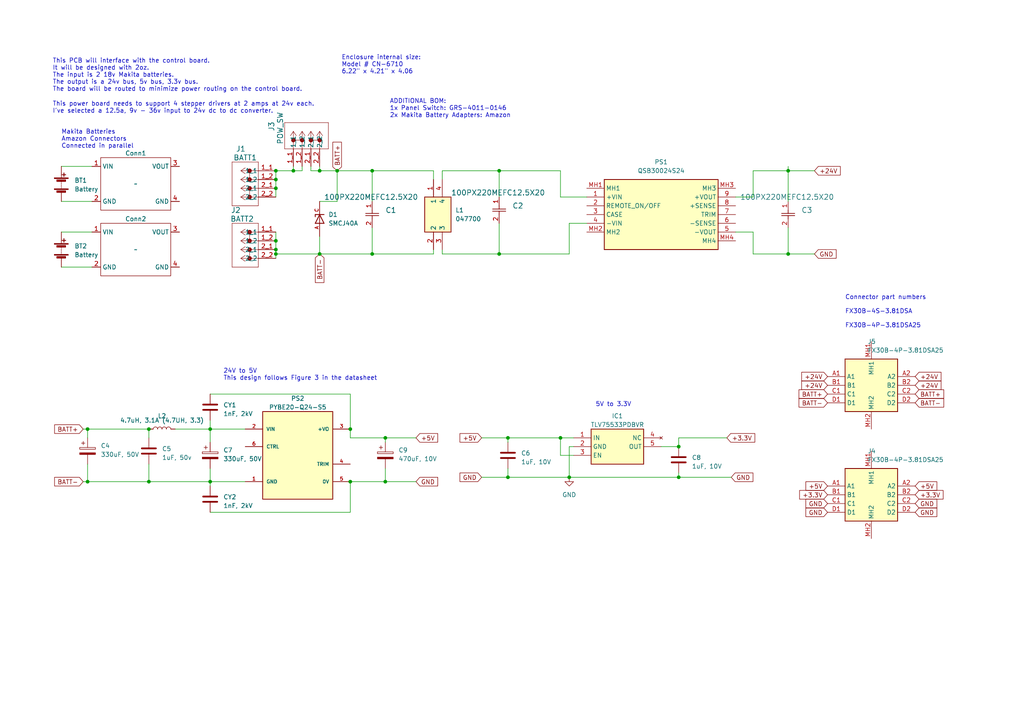
<source format=kicad_sch>
(kicad_sch (version 20230121) (generator eeschema)
  (paper "A4")
  (lib_symbols
    (symbol "047700:047700"
      (property "Reference" "T" (at 16.51 7.62 0))
      (property "Value" "047700" (at 16.51 5.08 0))
      (symbol "047700_1_1"
        (rectangle (start 5.08 2.54) (end 15.24 -5.08) (stroke (width 0.254)) (fill (type background)))
        (pin passive line (at 0 -2.54 0) (length 5.08) (name "1") (number "1"))
        (pin passive line (at 20.32 -2.54 180) (length 5.08) (name "2") (number "2"))
        (pin passive line (at 20.32 0 180) (length 5.08) (name "3") (number "3"))
        (pin passive line (at 0 0 0) (length 5.08) (name "4") (number "4"))
      )
    )
    (symbol "100PX220MEFC12.5X20:100PX220MEFC12.5X20" (pin_names (offset 0.254))
      (property "Reference" "C" (at 3.81 3.81 0))
      (property "Value" "100PX220MEFC12.5X20" (at 3.81 -3.81 0))
      (symbol "100PX220MEFC12.5X20_1_1"
        (polyline (pts (xy 2.54 0) (xy 3.4798 0)) (stroke (width 0.2032)))
        (polyline (pts (xy 3.4798 -1.905) (xy 3.4798 1.905)) (stroke (width 0.2032)))
        (polyline (pts (xy 4.1148 -1.905) (xy 4.1148 1.905)) (stroke (width 0.2032)))
        (polyline (pts (xy 4.1148 0) (xy 5.08 0)) (stroke (width 0.2032)))
        (pin unspecified line (at 0 0 0) (length 2.54) (name "") (number "1"))
        (pin unspecified line (at 7.62 0 180) (length 2.54) (name "") (number "2"))
      )
      (symbol "100PX220MEFC12.5X20_1_2"
        (polyline (pts (xy -1.905 -4.1148) (xy 1.905 -4.1148)) (stroke (width 0.2032)))
        (polyline (pts (xy -1.905 -3.4798) (xy 1.905 -3.4798)) (stroke (width 0.2032)))
        (polyline (pts (xy 0 -4.1148) (xy 0 -5.08)) (stroke (width 0.2032)))
        (polyline (pts (xy 0 -2.54) (xy 0 -3.4798)) (stroke (width 0.2032)))
        (pin unspecified line (at 0 0 270) (length 2.54) (name "") (number "1"))
        (pin unspecified line (at 0 -7.62 90) (length 2.54) (name "") (number "2"))
      )
    )
    (symbol "2604-1102:2604-1102" (pin_names (offset 0.254))
      (property "Reference" "J" (at 8.89 6.35 0))
      (property "Value" "2604-1102" (at 0 0 0))
      (symbol "2604-1102_0_1"
        (polyline (pts (xy 5.08 -10.16) (xy 12.7 -10.16)) (stroke (width 0.127)))
        (polyline (pts (xy 5.08 2.54) (xy 5.08 -10.16)) (stroke (width 0.127)))
        (polyline (pts (xy 7.62 -5.08) (xy 7.62 -7.62)) (stroke (width 0.127)))
        (polyline (pts (xy 7.62 0) (xy 7.62 -2.54)) (stroke (width 0.127)))
        (polyline (pts (xy 10.16 -7.62) (xy 5.08 -7.62)) (stroke (width 0.127)))
        (polyline (pts (xy 10.16 -7.62) (xy 8.89 -8.4667)) (stroke (width 0.127)))
        (polyline (pts (xy 10.16 -7.62) (xy 8.89 -6.7733)) (stroke (width 0.127)))
        (polyline (pts (xy 10.16 -5.08) (xy 5.08 -5.08)) (stroke (width 0.127)))
        (polyline (pts (xy 10.16 -5.08) (xy 8.89 -5.9267)) (stroke (width 0.127)))
        (polyline (pts (xy 10.16 -5.08) (xy 8.89 -4.2333)) (stroke (width 0.127)))
        (polyline (pts (xy 10.16 -2.54) (xy 5.08 -2.54)) (stroke (width 0.127)))
        (polyline (pts (xy 10.16 -2.54) (xy 8.89 -3.3867)) (stroke (width 0.127)))
        (polyline (pts (xy 10.16 -2.54) (xy 8.89 -1.6933)) (stroke (width 0.127)))
        (polyline (pts (xy 10.16 0) (xy 5.08 0)) (stroke (width 0.127)))
        (polyline (pts (xy 10.16 0) (xy 8.89 -0.8467)) (stroke (width 0.127)))
        (polyline (pts (xy 10.16 0) (xy 8.89 0.8467)) (stroke (width 0.127)))
        (polyline (pts (xy 12.7 -10.16) (xy 12.7 2.54)) (stroke (width 0.127)))
        (polyline (pts (xy 12.7 2.54) (xy 5.08 2.54)) (stroke (width 0.127)))
        (circle (center 7.62 -7.62) (radius 0.127) (stroke (width 0.508)))
        (circle (center 7.62 -5.08) (radius 0.127) (stroke (width 0.508)))
        (circle (center 7.62 -2.54) (radius 0.127) (stroke (width 0.508)))
        (circle (center 7.62 0) (radius 0.127) (stroke (width 0.508)))
        (pin unspecified line (at 0 0 0) (length 5.08) (name "1_1") (number "1_1"))
        (pin unspecified line (at 0 -2.54 0) (length 5.08) (name "1_2") (number "1_2"))
        (pin unspecified line (at 0 -5.08 0) (length 5.08) (name "2_1") (number "2_1"))
        (pin unspecified line (at 0 -7.62 0) (length 5.08) (name "2_2") (number "2_2"))
      )
    )
    (symbol "Device:Battery" (pin_numbers hide) (pin_names (offset 0) hide)
      (property "Reference" "BT" (at 2.54 2.54 0))
      (property "Value" "Battery" (at 2.54 0 0))
      (symbol "Battery_0_1"
        (rectangle (start -2.032 -1.397) (end 2.032 -1.651) (fill (type outline)))
        (rectangle (start -2.032 1.778) (end 2.032 1.524) (fill (type outline)))
        (rectangle (start -1.3208 -1.9812) (end 1.27 -2.4892) (fill (type outline)))
        (rectangle (start -1.3208 1.1938) (end 1.27 0.6858) (fill (type outline)))
        (polyline (pts (xy 0 -1.524) (xy 0 -1.27)))
        (polyline (pts (xy 0 -1.016) (xy 0 -0.762)))
        (polyline (pts (xy 0 -0.508) (xy 0 -0.254)))
        (polyline (pts (xy 0 0) (xy 0 0.254)))
        (polyline (pts (xy 0 0.508) (xy 0 0.762)))
        (polyline (pts (xy 0 1.778) (xy 0 2.54)))
        (polyline (pts (xy 0.254 2.667) (xy 1.27 2.667)) (stroke (width 0.254)))
        (polyline (pts (xy 0.762 3.175) (xy 0.762 2.159)) (stroke (width 0.254)))
      )
      (symbol "Battery_1_1"
        (pin passive line (at 0 5.08 270) (length 2.54) (name "+") (number "1"))
        (pin passive line (at 0 -5.08 90) (length 2.54) (name "-") (number "2"))
      )
    )
    (symbol "Device:C" (pin_numbers hide) (pin_names (offset 0.254))
      (property "Reference" "C" (at 0.635 2.54 0))
      (property "Value" "C" (at 0.635 -2.54 0))
      (symbol "C_0_1"
        (polyline (pts (xy -2.032 -0.762) (xy 2.032 -0.762)) (stroke (width 0.508)))
        (polyline (pts (xy -2.032 0.762) (xy 2.032 0.762)) (stroke (width 0.508)))
      )
      (symbol "C_1_1"
        (pin passive line (at 0 3.81 270) (length 2.794) (name "~") (number "1"))
        (pin passive line (at 0 -3.81 90) (length 2.794) (name "~") (number "2"))
      )
    )
    (symbol "Device:C_Polarized" (pin_numbers hide) (pin_names (offset 0.254))
      (property "Reference" "C" (at 0.635 2.54 0))
      (property "Value" "C_Polarized" (at 0.635 -2.54 0))
      (symbol "C_Polarized_0_1"
        (rectangle (start -2.286 0.508) (end 2.286 1.016))
        (polyline (pts (xy -1.778 2.286) (xy -0.762 2.286)))
        (polyline (pts (xy -1.27 2.794) (xy -1.27 1.778)))
        (rectangle (start 2.286 -0.508) (end -2.286 -1.016) (fill (type outline)))
      )
      (symbol "C_Polarized_1_1"
        (pin passive line (at 0 3.81 270) (length 2.794) (name "~") (number "1"))
        (pin passive line (at 0 -3.81 90) (length 2.794) (name "~") (number "2"))
      )
    )
    (symbol "Device:L" (pin_numbers hide) (pin_names (offset 1.016) hide)
      (property "Reference" "L" (at -1.27 0 90))
      (property "Value" "L" (at 1.905 0 90))
      (symbol "L_0_1"
        (arc (start 0 -2.54) (mid 0.6323 -1.905) (end 0 -1.27))
        (arc (start 0 -1.27) (mid 0.6323 -0.635) (end 0 0))
        (arc (start 0 0) (mid 0.6323 0.635) (end 0 1.27))
        (arc (start 0 1.27) (mid 0.6323 1.905) (end 0 2.54))
      )
      (symbol "L_1_1"
        (pin passive line (at 0 3.81 270) (length 1.27) (name "1") (number "1"))
        (pin passive line (at 0 -3.81 90) (length 1.27) (name "2") (number "2"))
      )
    )
    (symbol "FX30B-4P-3_81DSA25:FX30B-4P-3.81DSA25"
      (property "Reference" "J" (at 21.59 12.7 0))
      (property "Value" "FX30B-4P-3.81DSA25" (at 21.59 10.16 0))
      (symbol "FX30B-4P-3.81DSA25_1_1"
        (rectangle (start 5.08 7.62) (end 20.32 -7.62) (stroke (width 0.254)) (fill (type background)))
        (pin passive line (at 15.24 12.7 270) (length 5.08) (name "A1") (number "A1"))
        (pin passive line (at 15.24 -12.7 90) (length 5.08) (name "A2") (number "A2"))
        (pin passive line (at 12.7 12.7 270) (length 5.08) (name "B1") (number "B1"))
        (pin passive line (at 12.7 -12.7 90) (length 5.08) (name "B2") (number "B2"))
        (pin passive line (at 10.16 12.7 270) (length 5.08) (name "C1") (number "C1"))
        (pin passive line (at 10.16 -12.7 90) (length 5.08) (name "C2") (number "C2"))
        (pin passive line (at 7.62 12.7 270) (length 5.08) (name "D1") (number "D1"))
        (pin passive line (at 7.62 -12.7 90) (length 5.08) (name "D2") (number "D2"))
        (pin passive line (at 25.4 0 180) (length 5.08) (name "MH1") (number "MH1"))
        (pin passive line (at 0 0 0) (length 5.08) (name "MH2") (number "MH2"))
      )
    )
    (symbol "MakitaBatteryAdapter:MakitaBatteryAdapter"
      (property "Reference" "Conn" (at 0 10.16 0))
      (symbol "MakitaBatteryAdapter_0_1"
        (rectangle (start -10.16 7.62) (end 10.16 -7.62))
      )
      (symbol "MakitaBatteryAdapter_1_1"
        (pin input line (at -12.7 5.08 0) (length 2.54) (name "VIN") (number "1"))
        (pin input line (at -12.7 -5.08 0) (length 2.54) (name "GND") (number "2"))
        (pin output line (at 12.7 5.08 180) (length 2.54) (name "VOUT") (number "3"))
        (pin output line (at 12.7 -5.08 180) (length 2.54) (name "GND") (number "4"))
      )
    )
    (symbol "PYBE20-Q24-S5:PYBE20-Q24-S5" (pin_names (offset 1.016))
      (property "Reference" "PS" (at -10.16 12.7 0))
      (property "Value" "PYBE20-Q24-S5" (at -10.16 -15.24 0))
      (symbol "PYBE20-Q24-S5_0_0"
        (rectangle (start -10.16 -12.7) (end 10.16 12.7) (stroke (width 0.254)) (fill (type background)))
        (pin power_in line (at -15.24 -7.62 0) (length 5.08) (name "GND") (number "1"))
        (pin input line (at -15.24 7.62 0) (length 5.08) (name "VIN") (number "2"))
        (pin output line (at 15.24 7.62 180) (length 5.08) (name "+VO") (number "3"))
        (pin input line (at 15.24 -2.54 180) (length 5.08) (name "TRIM") (number "4"))
        (pin power_in line (at 15.24 -7.62 180) (length 5.08) (name "0V") (number "5"))
        (pin input line (at -15.24 2.54 0) (length 5.08) (name "CTRL") (number "6"))
      )
    )
    (symbol "QSB30024S24:QSB30024S24"
      (property "Reference" "PS" (at 39.37 7.62 0))
      (property "Value" "QSB30024S24" (at 39.37 5.08 0))
      (symbol "QSB30024S24_1_1"
        (rectangle (start 5.08 2.54) (end 38.1 -17.78) (stroke (width 0.254)) (fill (type background)))
        (pin passive line (at 0 -2.54 0) (length 5.08) (name "+VIN") (number "1"))
        (pin passive line (at 0 -5.08 0) (length 5.08) (name "REMOTE_ON/OFF") (number "2"))
        (pin passive line (at 0 -7.62 0) (length 5.08) (name "CASE") (number "3"))
        (pin passive line (at 0 -10.16 0) (length 5.08) (name "-VIN") (number "4"))
        (pin passive line (at 43.18 -12.7 180) (length 5.08) (name "-VOUT") (number "5"))
        (pin passive line (at 43.18 -10.16 180) (length 5.08) (name "-SENSE") (number "6"))
        (pin passive line (at 43.18 -7.62 180) (length 5.08) (name "TRIM") (number "7"))
        (pin passive line (at 43.18 -5.08 180) (length 5.08) (name "+SENSE") (number "8"))
        (pin passive line (at 43.18 -2.54 180) (length 5.08) (name "+VOUT") (number "9"))
        (pin passive line (at 0 0 0) (length 5.08) (name "MH1") (number "MH1"))
        (pin passive line (at 0 -12.7 0) (length 5.08) (name "MH2") (number "MH2"))
        (pin passive line (at 43.18 0 180) (length 5.08) (name "MH3") (number "MH3"))
        (pin passive line (at 43.18 -15.24 180) (length 5.08) (name "MH4") (number "MH4"))
      )
    )
    (symbol "SMCJ40A:SMCJ40A" (pin_names (offset 1.016))
      (property "Reference" "D" (at -5.08 2.413 0))
      (property "Value" "SMCJ40A" (at -5.08 -4.953 0))
      (symbol "SMCJ40A_0_0"
        (polyline (pts (xy -1.27 -1.27) (xy -1.27 0)) (stroke (width 0.254)))
        (polyline (pts (xy -1.27 0) (xy -1.27 1.27)) (stroke (width 0.254)))
        (polyline (pts (xy -1.27 0) (xy 1.27 -1.27)) (stroke (width 0.254)))
        (polyline (pts (xy -0.635 -1.27) (xy -1.27 -1.27)) (stroke (width 0.254)))
        (polyline (pts (xy 1.27 -1.27) (xy 1.27 1.27)) (stroke (width 0.254)))
        (polyline (pts (xy 1.27 1.27) (xy -1.27 0)) (stroke (width 0.254)))
        (pin passive line (at 5.08 0 180) (length 5.08) (name "~") (number "A"))
        (pin passive line (at -5.08 0 0) (length 5.08) (name "~") (number "C"))
      )
    )
    (symbol "TLV75533PDBVR:TLV75533PDBVR"
      (property "Reference" "IC" (at 21.59 7.62 0))
      (property "Value" "TLV75533PDBVR" (at 21.59 5.08 0))
      (symbol "TLV75533PDBVR_1_1"
        (rectangle (start 5.08 2.54) (end 20.32 -7.62) (stroke (width 0.254)) (fill (type background)))
        (pin passive line (at 0 0 0) (length 5.08) (name "IN") (number "1"))
        (pin passive line (at 0 -2.54 0) (length 5.08) (name "GND") (number "2"))
        (pin passive line (at 0 -5.08 0) (length 5.08) (name "EN") (number "3"))
        (pin no_connect line (at 25.4 0 180) (length 5.08) (name "NC") (number "4"))
        (pin passive line (at 25.4 -2.54 180) (length 5.08) (name "OUT") (number "5"))
      )
    )
    (symbol "power:GND" (power) (pin_names (offset 0))
      (property "Value" "GND" (at 0 -3.81 0))
      (symbol "GND_0_1"
        (polyline (pts (xy 0 0) (xy 0 -1.27) (xy 1.27 -1.27) (xy 0 -2.54) (xy -1.27 -1.27) (xy 0 -1.27)))
      )
      (symbol "GND_1_1"
        (pin power_in line (at 0 0 270) (length 0) hide (name "GND") (number "1"))
      )
    )
  )
  (junction (at 80.01 72.39))
  (junction (at 97.79 49.53))
  (junction (at 101.6 139.7))
  (junction (at 80.01 49.53))
  (junction (at 147.32 138.43))
  (junction (at 228.6 49.53))
  (junction (at 228.6 73.66))
  (junction (at 80.01 69.85))
  (junction (at 107.95 73.66))
  (junction (at 92.71 49.53))
  (junction (at 60.96 139.7))
  (junction (at 162.56 127))
  (junction (at 144.78 73.66))
  (junction (at 80.01 73.66))
  (junction (at 196.85 129.54))
  (junction (at 60.96 124.46))
  (junction (at 101.6 124.46))
  (junction (at 43.18 124.46))
  (junction (at 25.4 139.7))
  (junction (at 85.09 49.53))
  (junction (at 92.71 73.66))
  (junction (at 107.95 49.53))
  (junction (at 80.01 54.61))
  (junction (at 111.76 127))
  (junction (at 196.85 138.43))
  (junction (at 111.76 139.7))
  (junction (at 25.4 124.46))
  (junction (at 165.1 138.43))
  (junction (at 43.18 139.7))
  (junction (at 144.78 49.53))
  (junction (at 80.01 52.07))
  (junction (at 147.32 127))
  (wire (pts (xy 80.01 73.66) (xy 92.71 73.66)))
  (wire (pts (xy 80.01 67.31) (xy 80.01 69.85)))
  (wire (pts (xy 111.76 139.7) (xy 120.65 139.7)))
  (wire (pts (xy 228.6 49.53) (xy 218.44 49.53)))
  (wire (pts (xy 60.96 124.46) (xy 60.96 121.92)))
  (wire (pts (xy 43.18 134.62) (xy 43.18 139.7)))
  (wire (pts (xy 218.44 73.66) (xy 218.44 67.31)))
  (wire (pts (xy 213.36 57.15) (xy 218.44 57.15)))
  (wire (pts (xy 147.32 135.89) (xy 147.32 138.43)))
  (wire (pts (xy 43.18 139.7) (xy 60.96 139.7)))
  (wire (pts (xy 80.01 72.39) (xy 80.01 73.66)))
  (wire (pts (xy 144.78 49.53) (xy 162.56 49.53)))
  (wire (pts (xy 85.09 48.26) (xy 85.09 49.53)))
  (wire (pts (xy 87.63 49.53) (xy 85.09 49.53)))
  (wire (pts (xy 97.79 49.53) (xy 107.95 49.53)))
  (wire (pts (xy 111.76 139.7) (xy 101.6 139.7)))
  (wire (pts (xy 71.12 139.7) (xy 60.96 139.7)))
  (wire (pts (xy 170.18 64.77) (xy 165.1 64.77)))
  (wire (pts (xy 228.6 73.66) (xy 236.22 73.66)))
  (wire (pts (xy 128.27 49.53) (xy 144.78 49.53)))
  (wire (pts (xy 111.76 135.89) (xy 111.76 139.7)))
  (wire (pts (xy 80.01 54.61) (xy 80.01 57.15)))
  (wire (pts (xy 166.37 127) (xy 162.56 127)))
  (wire (pts (xy 196.85 127) (xy 210.82 127)))
  (wire (pts (xy 17.78 48.26) (xy 26.67 48.26)))
  (wire (pts (xy 43.18 124.46) (xy 43.18 127)))
  (wire (pts (xy 17.78 67.31) (xy 26.67 67.31)))
  (wire (pts (xy 60.96 135.89) (xy 60.96 139.7)))
  (wire (pts (xy 218.44 57.15) (xy 218.44 49.53)))
  (wire (pts (xy 147.32 138.43) (xy 165.1 138.43)))
  (wire (pts (xy 107.95 49.53) (xy 125.73 49.53)))
  (wire (pts (xy 80.01 52.07) (xy 80.01 54.61)))
  (wire (pts (xy 196.85 138.43) (xy 212.09 138.43)))
  (wire (pts (xy 144.78 49.53) (xy 144.78 57.15)))
  (wire (pts (xy 191.77 129.54) (xy 196.85 129.54)))
  (wire (pts (xy 196.85 129.54) (xy 196.85 127)))
  (wire (pts (xy 139.7 138.43) (xy 147.32 138.43)))
  (wire (pts (xy 111.76 127) (xy 120.65 127)))
  (wire (pts (xy 166.37 129.54) (xy 165.1 129.54)))
  (wire (pts (xy 228.6 48.26) (xy 228.6 49.53)))
  (wire (pts (xy 60.96 114.3) (xy 101.6 114.3)))
  (wire (pts (xy 71.12 124.46) (xy 60.96 124.46)))
  (wire (pts (xy 218.44 67.31) (xy 213.36 67.31)))
  (wire (pts (xy 50.8 124.46) (xy 60.96 124.46)))
  (wire (pts (xy 92.71 73.66) (xy 92.71 68.58)))
  (wire (pts (xy 128.27 49.53) (xy 128.27 52.07)))
  (wire (pts (xy 90.17 49.53) (xy 92.71 49.53)))
  (wire (pts (xy 111.76 127) (xy 101.6 127)))
  (wire (pts (xy 228.6 66.04) (xy 228.6 73.66)))
  (wire (pts (xy 196.85 137.16) (xy 196.85 138.43)))
  (wire (pts (xy 144.78 73.66) (xy 165.1 73.66)))
  (wire (pts (xy 90.17 48.26) (xy 90.17 49.53)))
  (wire (pts (xy 97.79 49.53) (xy 97.79 58.42)))
  (wire (pts (xy 25.4 134.62) (xy 25.4 139.7)))
  (wire (pts (xy 228.6 49.53) (xy 236.22 49.53)))
  (wire (pts (xy 228.6 49.53) (xy 228.6 58.42)))
  (wire (pts (xy 228.6 73.66) (xy 218.44 73.66)))
  (wire (pts (xy 162.56 57.15) (xy 162.56 49.53)))
  (wire (pts (xy 80.01 69.85) (xy 80.01 72.39)))
  (wire (pts (xy 107.95 73.66) (xy 107.95 66.04)))
  (wire (pts (xy 128.27 73.66) (xy 144.78 73.66)))
  (wire (pts (xy 125.73 49.53) (xy 125.73 52.07)))
  (wire (pts (xy 128.27 73.66) (xy 128.27 72.39)))
  (wire (pts (xy 162.56 127) (xy 147.32 127)))
  (wire (pts (xy 147.32 127) (xy 147.32 128.27)))
  (wire (pts (xy 87.63 48.26) (xy 87.63 49.53)))
  (wire (pts (xy 92.71 49.53) (xy 97.79 49.53)))
  (wire (pts (xy 165.1 64.77) (xy 165.1 73.66)))
  (wire (pts (xy 97.79 58.42) (xy 92.71 58.42)))
  (wire (pts (xy 25.4 127) (xy 25.4 124.46)))
  (wire (pts (xy 25.4 124.46) (xy 43.18 124.46)))
  (wire (pts (xy 125.73 73.66) (xy 125.73 72.39)))
  (wire (pts (xy 162.56 127) (xy 162.56 132.08)))
  (wire (pts (xy 107.95 49.53) (xy 107.95 58.42)))
  (wire (pts (xy 165.1 129.54) (xy 165.1 138.43)))
  (wire (pts (xy 166.37 132.08) (xy 162.56 132.08)))
  (wire (pts (xy 144.78 64.77) (xy 144.78 73.66)))
  (wire (pts (xy 101.6 114.3) (xy 101.6 124.46)))
  (wire (pts (xy 80.01 73.66) (xy 80.01 74.93)))
  (wire (pts (xy 24.13 124.46) (xy 25.4 124.46)))
  (wire (pts (xy 101.6 148.59) (xy 101.6 139.7)))
  (wire (pts (xy 111.76 128.27) (xy 111.76 127)))
  (wire (pts (xy 139.7 127) (xy 147.32 127)))
  (wire (pts (xy 17.78 58.42) (xy 26.67 58.42)))
  (wire (pts (xy 92.71 73.66) (xy 107.95 73.66)))
  (wire (pts (xy 24.13 139.7) (xy 25.4 139.7)))
  (wire (pts (xy 60.96 139.7) (xy 60.96 140.97)))
  (wire (pts (xy 107.95 73.66) (xy 125.73 73.66)))
  (wire (pts (xy 101.6 127) (xy 101.6 124.46)))
  (wire (pts (xy 25.4 139.7) (xy 43.18 139.7)))
  (wire (pts (xy 170.18 57.15) (xy 162.56 57.15)))
  (wire (pts (xy 196.85 138.43) (xy 165.1 138.43)))
  (wire (pts (xy 26.67 77.47) (xy 17.78 77.47)))
  (wire (pts (xy 60.96 148.59) (xy 101.6 148.59)))
  (wire (pts (xy 92.71 48.26) (xy 92.71 49.53)))
  (wire (pts (xy 60.96 124.46) (xy 60.96 128.27)))
  (wire (pts (xy 85.09 49.53) (xy 80.01 49.53)))
  (wire (pts (xy 80.01 49.53) (xy 80.01 52.07)))
  (text "24V to 5V\nThis design follows Figure 3 in the datasheet" (at 64.77 110.49 0) (effects (font (size 1.27 1.27)) (justify left bottom)))
  (text "Makita Batteries\nAmazon Connectors\nConnected in parallel" (at 17.78 43.18 0) (effects (font (size 1.27 1.27)) (justify left bottom)))
  (text "ADDITIONAL BOM:\n1x Panel Switch: GRS-4011-0146\n2x Makita Battery Adapters: Amazon" (at 113.03 34.29 0) (effects (font (size 1.27 1.27)) (justify left bottom)))
  (text "Enclosure internal size:\nModel # CN-6710\n6.22\" x 4.21\" x 4.06" (at 99.06 21.59 0) (effects (font (size 1.27 1.27)) (justify left bottom)))
  (text "Connector part numbers\n\nFX30B-4S-3.81DSA\n\nFX30B-4P-3.81DSA25" (at 245.11 95.25 0) (effects (font (size 1.27 1.27)) (justify left bottom)))
  (text "This power board needs to support 4 stepper drivers at 2 amps at 24v each. \nI've selected a 12.5a, 9v - 36v input to 24v dc to dc converter." (at 15.24 33.02 0) (effects (font (size 1.27 1.27)) (justify left bottom)))
  (text "This PCB will interface with the control board. \nIt will be designed with 2oz. \nThe input is 2 18v Makita batteries. \nThe output is a 24v bus, 5v bus, 3.3v bus.\nThe board will be routed to minimize power routing on the control board." (at 15.24 26.67 0) (effects (font (size 1.27 1.27)) (justify left bottom)))
  (text "5V to 3.3V" (at 172.72 118.11 0) (effects (font (size 1.27 1.27)) (justify left bottom)))
  (global_label "BATT+" (shape input) (at 97.79 49.53 90) (property "Intersheetrefs" "${INTERSHEET_REFS}" (effects hide)))
  (global_label "+5V" (shape input) (at 120.65 127 0) (property "Intersheetrefs" "${INTERSHEET_REFS}" (effects hide)))
  (global_label "GND" (shape input) (at 240.03 146.05 180) (property "Intersheetrefs" "${INTERSHEET_REFS}" (effects hide)))
  (global_label "BATT+" (shape input) (at 240.03 114.3 180) (property "Intersheetrefs" "${INTERSHEET_REFS}" (effects hide)))
  (global_label "+24V" (shape input) (at 236.22 49.53 0) (property "Intersheetrefs" "${INTERSHEET_REFS}" (effects hide)))
  (global_label "BATT-" (shape input) (at 265.43 116.84 0) (property "Intersheetrefs" "${INTERSHEET_REFS}" (effects hide)))
  (global_label "BATT+" (shape input) (at 24.13 124.46 180) (property "Intersheetrefs" "${INTERSHEET_REFS}" (effects hide)))
  (global_label "+3.3V" (shape input) (at 240.03 143.51 180) (property "Intersheetrefs" "${INTERSHEET_REFS}" (effects hide)))
  (global_label "+24V" (shape input) (at 265.43 109.22 0) (property "Intersheetrefs" "${INTERSHEET_REFS}" (effects hide)))
  (global_label "BATT-" (shape input) (at 240.03 116.84 180) (property "Intersheetrefs" "${INTERSHEET_REFS}" (effects hide)))
  (global_label "+24V" (shape input) (at 240.03 109.22 180) (property "Intersheetrefs" "${INTERSHEET_REFS}" (effects hide)))
  (global_label "GND" (shape input) (at 139.7 138.43 180) (property "Intersheetrefs" "${INTERSHEET_REFS}" (effects hide)))
  (global_label "+5V" (shape input) (at 139.7 127 180) (property "Intersheetrefs" "${INTERSHEET_REFS}" (effects hide)))
  (global_label "GND" (shape input) (at 236.22 73.66 0) (property "Intersheetrefs" "${INTERSHEET_REFS}" (effects hide)))
  (global_label "GND" (shape input) (at 212.09 138.43 0) (property "Intersheetrefs" "${INTERSHEET_REFS}" (effects hide)))
  (global_label "+5V" (shape input) (at 265.43 140.97 0) (property "Intersheetrefs" "${INTERSHEET_REFS}" (effects hide)))
  (global_label "GND" (shape input) (at 265.43 146.05 0) (property "Intersheetrefs" "${INTERSHEET_REFS}" (effects hide)))
  (global_label "GND" (shape input) (at 120.65 139.7 0) (property "Intersheetrefs" "${INTERSHEET_REFS}" (effects hide)))
  (global_label "+24V" (shape input) (at 265.43 111.76 0) (property "Intersheetrefs" "${INTERSHEET_REFS}" (effects hide)))
  (global_label "BATT-" (shape input) (at 24.13 139.7 180) (property "Intersheetrefs" "${INTERSHEET_REFS}" (effects hide)))
  (global_label "BATT-" (shape input) (at 92.71 73.66 270) (property "Intersheetrefs" "${INTERSHEET_REFS}" (effects hide)))
  (global_label "GND" (shape input) (at 265.43 148.59 0) (property "Intersheetrefs" "${INTERSHEET_REFS}" (effects hide)))
  (global_label "+5V" (shape input) (at 240.03 140.97 180) (property "Intersheetrefs" "${INTERSHEET_REFS}" (effects hide)))
  (global_label "GND" (shape input) (at 240.03 148.59 180) (property "Intersheetrefs" "${INTERSHEET_REFS}" (effects hide)))
  (global_label "BATT+" (shape input) (at 265.43 114.3 0) (property "Intersheetrefs" "${INTERSHEET_REFS}" (effects hide)))
  (global_label "+3.3V" (shape input) (at 210.82 127 0) (property "Intersheetrefs" "${INTERSHEET_REFS}" (effects hide)))
  (global_label "+3.3V" (shape input) (at 265.43 143.51 0) (property "Intersheetrefs" "${INTERSHEET_REFS}" (effects hide)))
  (global_label "+24V" (shape input) (at 240.03 111.76 180) (property "Intersheetrefs" "${INTERSHEET_REFS}" (effects hide)))
  (symbol (lib_id "Device:C") (at 196.85 133.35 0) (unit 1)
    (property "Reference" "C8" (at 200.66 132.715 0) (effects (justify left)))
    (property "Value" "1uF, 10V" (at 200.66 135.255 0) (effects (justify left)))
    (property "Footprint" "Capacitor_SMD:C_0805_2012Metric_Pad1.18x1.45mm_HandSolder" (effects hide))
    (property "Datasheet" "https://www.samsungsem.com/kr/support/product-search/mlcc/CL21B105KPFNNNE.jsp" (effects hide))
    (property "Part Number" "CL21B105KPFNNNE" (effects hide))
  )
  (symbol (lib_id "2604-1102:2604-1102") (at 80.01 67.31 0) (mirror y) (unit 1)
    (property "Reference" "J2" (at 69.85 60.96 0) (effects (font (size 1.524 1.524)) (justify left)))
    (property "Value" "BATT2" (at 73.66 63.5 0) (effects (font (size 1.524 1.524)) (justify left)))
    (property "Footprint" "2604-1102:2604-1102" (effects hide))
    (property "Datasheet" "2604-1102" (effects hide))
    (property "Part Number" "2604-1102" (effects hide))
  )
  (symbol (lib_id "100PX220MEFC12.5X20:100PX220MEFC12.5X20") (at 107.95 58.42 270) (unit 1)
    (property "Reference" "C1" (at 111.76 60.96 90) (effects (font (size 1.524 1.524)) (justify left)))
    (property "Value" "100PX220MEFC12.5X20" (at 93.98 57.15 90) (effects (font (size 1.524 1.524)) (justify left)))
    (property "Footprint" "100PX220MEFC12.5X20:CAP_PK&slash_PZ_12P5X20_LOW_RUB" (effects hide))
    (property "Datasheet" "100PX220MEFC12.5X20" (effects hide))
    (property "Part Number" "100PX220MEFC12.5X20" (effects hide))
  )
  (symbol (lib_id "2604-1102:2604-1102") (at 80.01 49.53 0) (mirror y) (unit 1)
    (property "Reference" "J1" (at 69.85 43.18 0) (effects (font (size 1.524 1.524))))
    (property "Value" "BATT1" (at 71.12 45.72 0) (effects (font (size 1.524 1.524))))
    (property "Footprint" "2604-1102:2604-1102" (effects hide))
    (property "Datasheet" "2604-1102" (effects hide))
    (property "Part Number" "2604-1102" (effects hide))
  )
  (symbol (lib_id "Device:C_Polarized") (at 25.4 130.81 0) (unit 1)
    (property "Reference" "C4" (at 29.21 129.286 0) (effects (justify left)))
    (property "Value" "330uF, 50V" (at 29.21 131.826 0) (effects (justify left)))
    (property "Footprint" "Capacitor_THT:CP_Radial_D10.0mm_P5.00mm" (effects hide))
    (property "Datasheet" "https://mm.digikey.com/Volume0/opasdata/d220001/medias/docus/2452/ECA-xxM%20Series,TypeA.pdf" (effects hide))
    (property "Part Number" "ECA-1HM331B" (effects hide))
  )
  (symbol (lib_id "MakitaBatteryAdapter:MakitaBatteryAdapter") (at 39.37 72.39 0) (unit 1)
    (property "Reference" "Conn2" (at 39.37 63.5 0))
    (property "Value" "~" (at 39.37 72.39 0))
  )
  (symbol (lib_id "FX30B-4P-3_81DSA25:FX30B-4P-3.81DSA25") (at 252.73 156.21 90) (unit 1)
    (property "Reference" "J4" (at 251.6439 130.81 90) (effects (justify right)))
    (property "Value" "FX30B-4P-3.81DSA25" (at 251.6439 133.35 90) (effects (justify right)))
    (property "Footprint" "FX30B-4P-3.81DSA25:FX30B4P381DSA25" (effects hide))
    (property "Datasheet" "https://www.hirose.com/product/download/?distributor=digikey&type=specSheet&lang=en&num=FX30B-4P-3.81DSA25" (effects hide))
    (property "Height" "18.3" (effects hide))
    (property "Mouser Part Number" "798-FX30B-4P381DSA25" (effects hide))
    (property "Mouser Price/Stock" "https://www.mouser.co.uk/ProductDetail/Hirose-Connector/FX30B-4P-3.81DSA25?qs=AAveGqk956E5uZL61kELgg%3D%3D" (effects hide))
    (property "Manufacturer_Name" "Hirose" (effects hide))
    (property "Part Number" "FX30B-4P-3.81DSA25" (effects hide))
  )
  (symbol (lib_id "Device:C_Polarized") (at 60.96 132.08 0) (unit 1)
    (property "Reference" "C7" (at 64.77 130.556 0) (effects (justify left)))
    (property "Value" "330uF, 50V" (at 64.77 133.096 0) (effects (justify left)))
    (property "Footprint" "Capacitor_THT:CP_Radial_D10.0mm_P5.00mm" (effects hide))
    (property "Datasheet" "https://mm.digikey.com/Volume0/opasdata/d220001/medias/docus/2452/ECA-xxM%20Series,TypeA.pdf" (effects hide))
    (property "Part Number" "ECA-1HM331B" (effects hide))
  )
  (symbol (lib_id "MakitaBatteryAdapter:MakitaBatteryAdapter") (at 39.37 53.34 0) (unit 1)
    (property "Reference" "Conn1" (at 39.37 44.45 0))
    (property "Value" "~" (at 39.37 53.34 0))
  )
  (symbol (lib_id "100PX220MEFC12.5X20:100PX220MEFC12.5X20") (at 144.78 57.15 270) (unit 1)
    (property "Reference" "C2" (at 148.59 59.69 90) (effects (font (size 1.524 1.524)) (justify left)))
    (property "Value" "100PX220MEFC12.5X20" (at 130.81 55.88 90) (effects (font (size 1.524 1.524)) (justify left)))
    (property "Footprint" "100PX220MEFC12.5X20:CAP_PK&slash_PZ_12P5X20_LOW_RUB" (effects hide))
    (property "Datasheet" "100PX220MEFC12.5X20" (effects hide))
    (property "Part Number" "100PX220MEFC12.5X20" (effects hide))
  )
  (symbol (lib_id "Device:C_Polarized") (at 111.76 132.08 0) (unit 1)
    (property "Reference" "C9" (at 115.57 130.556 0) (effects (justify left)))
    (property "Value" "470uF, 10V" (at 115.57 133.096 0) (effects (justify left)))
    (property "Footprint" "Capacitor_Tantalum_SMD:CP_EIA-7343-15_Kemet-W_Pad2.25x2.55mm_HandSolder" (effects hide))
    (property "Datasheet" "https://www.vishay.com/docs/40002/293d.pdf" (effects hide))
    (property "Part Number" "293D477X9010E2TE3" (effects hide))
  )
  (symbol (lib_id "2604-1102:2604-1102") (at 85.09 48.26 90) (unit 1)
    (property "Reference" "J3" (at 78.74 38.1 0) (effects (font (size 1.524 1.524)) (justify left)))
    (property "Value" "POW_SW" (at 81.28 41.91 0) (effects (font (size 1.524 1.524)) (justify left)))
    (property "Footprint" "2604-1102:2604-1102" (effects hide))
    (property "Datasheet" "2604-1102" (effects hide))
    (property "Part Number" "2604-1102" (effects hide))
  )
  (symbol (lib_id "Device:Battery") (at 17.78 53.34 0) (unit 1)
    (property "Reference" "BT1" (at 21.59 52.324 0) (effects (justify left)))
    (property "Value" "Battery" (at 21.59 54.864 0) (effects (justify left)))
  )
  (symbol (lib_id "QSB30024S24:QSB30024S24") (at 170.18 54.61 0) (unit 1)
    (property "Reference" "PS1" (at 191.77 46.99 0))
    (property "Value" "QSB30024S24" (at 191.77 49.53 0))
    (property "Footprint" "QSB30024S24:QSB30024S24" (effects hide))
    (property "Datasheet" "https://www.xppower.com/portals/0/pdfs/SF_QSB300.pdf" (effects hide))
    (property "Height" "13.2" (effects hide))
    (property "Mouser Part Number" "209-QSB30024S24" (effects hide))
    (property "Mouser Price/Stock" "https://www.mouser.co.uk/ProductDetail/XP-Power/QSB30024S24?qs=w%2Fv1CP2dgqqmYd6D%252BTeJBQ%3D%3D" (effects hide))
    (property "Manufacturer_Name" "XP POWER" (effects hide))
    (property "Part Number" "QSB30024S24" (effects hide))
  )
  (symbol (lib_id "Device:C") (at 60.96 118.11 0) (unit 1)
    (property "Reference" "CY1" (at 64.77 117.475 0) (effects (justify left)))
    (property "Value" "1nF, 2kV" (at 64.77 120.015 0) (effects (justify left)))
    (property "Footprint" "Capacitor_SMD:C_1812_4532Metric_Pad1.57x3.40mm_HandSolder" (effects hide))
    (property "Datasheet" "https://connect.kemet.com:7667/gateway/IntelliData-ComponentDocumentation/1.0/download/datasheet/C1812C102KGRACAUTO" (effects hide))
    (property "Part Number" "C1812C102KGRACAUTO" (effects hide))
  )
  (symbol (lib_id "TLV75533PDBVR:TLV75533PDBVR") (at 166.37 127 0) (unit 1)
    (property "Reference" "IC1" (at 179.07 120.65 0))
    (property "Value" "TLV75533PDBVR" (at 179.07 123.19 0))
    (property "Footprint" "SOT95P280X145-5N" (effects hide))
    (property "Datasheet" "http://www.ti.com/lit/gpn/tlv755p" (effects hide))
    (property "Height" "1.45" (effects hide))
    (property "Mouser Part Number" "595-TLV75533PDBVR" (effects hide))
    (property "Mouser Price/Stock" "https://www.mouser.co.uk/ProductDetail/Texas-Instruments/TLV75533PDBVR?qs=55YtniHzbhAKEwqeO2xJXQ%3D%3D" (effects hide))
    (property "Manufacturer_Name" "Texas Instruments" (effects hide))
    (property "Part Number" "TLV75533PDBVR" (effects hide))
  )
  (symbol (lib_id "PYBE20-Q24-S5:PYBE20-Q24-S5") (at 86.36 132.08 0) (unit 1)
    (property "Reference" "PS2" (at 86.36 115.57 0))
    (property "Value" "PYBE20-Q24-S5" (at 86.36 118.11 0))
    (property "Footprint" "PYBE20-Q24-S5:CONV_PYBE20-Q24-S5" (effects hide))
    (property "Datasheet" "https://www.mouser.com/datasheet/2/670/pybe20-1525738.pdf" (effects hide))
    (property "STANDARD" "Manufacturer Recommendations" (effects hide))
    (property "MANUFACTURER" "CUI Inc" (effects hide))
    (property "Part Number" "PYBE20-Q24-S5" (effects hide))
  )
  (symbol (lib_id "Device:C") (at 147.32 132.08 0) (unit 1)
    (property "Reference" "C6" (at 151.13 131.445 0) (effects (justify left)))
    (property "Value" "1uF, 10V" (at 151.13 133.985 0) (effects (justify left)))
    (property "Footprint" "Capacitor_SMD:C_0805_2012Metric_Pad1.18x1.45mm_HandSolder" (effects hide))
    (property "Datasheet" "https://www.samsungsem.com/kr/support/product-search/mlcc/CL21B105KPFNNNE.jsp" (effects hide))
    (property "Part Number" "CL21B105KPFNNNE" (effects hide))
  )
  (symbol (lib_id "SMCJ40A:SMCJ40A") (at 92.71 63.5 270) (unit 1)
    (property "Reference" "D1" (at 95.25 62.23 90) (effects (justify left)))
    (property "Value" "SMCJ40A" (at 95.25 64.77 90) (effects (justify left)))
    (property "Footprint" "SMCJ40A:DIOM7959X262N" (effects hide))
    (property "PARTREV" "11/20/15" (effects hide))
    (property "STANDARD" "IPC-7351B" (effects hide))
    (property "MAXIMUM_PACKAGE_HEIGHT" "2.62mm" (effects hide))
    (property "MANUFACTURER" "LittelFuse" (effects hide))
    (property "Part Number" "SMCJ40A" (effects hide))
  )
  (symbol (lib_id "047700:047700") (at 128.27 52.07 270) (unit 1)
    (property "Reference" "L1" (at 132.08 60.96 90) (effects (justify left)))
    (property "Value" "047700" (at 132.08 63.5 90) (effects (justify left)))
    (property "Footprint" "047700:047700" (effects hide))
    (property "Datasheet" "https://www.bourns.com/docs/Product-Datasheets/04770x.pdf" (effects hide))
    (property "Height" "40" (effects hide))
    (property "Mouser Part Number" "652-47700" (effects hide))
    (property "Mouser Price/Stock" "https://www.mouser.co.uk/ProductDetail/Bourns/047700?qs=1Kr7Jg1SGW%2F%252BZhXBevsrBQ%3D%3D" (effects hide))
    (property "Manufacturer_Name" "Bourns" (effects hide))
    (property "Part Number" "047700" (effects hide))
  )
  (symbol (lib_id "Device:C") (at 43.18 130.81 0) (unit 1)
    (property "Reference" "C5" (at 46.99 130.175 0) (effects (justify left)))
    (property "Value" "1uF, 50v" (at 46.99 132.715 0) (effects (justify left)))
    (property "Footprint" "Capacitor_SMD:C_0805_2012Metric_Pad1.18x1.45mm_HandSolder" (effects hide))
    (property "Datasheet" "https://mm.digikey.com/Volume0/opasdata/d220001/medias/docus/658/CL21B105KBFNNNG_Spec.pdf" (effects hide))
    (property "Part Number" "CL21B105KBFNNNG" (effects hide))
  )
  (symbol (lib_id "Device:C") (at 60.96 144.78 0) (unit 1)
    (property "Reference" "CY2" (at 64.77 144.145 0) (effects (justify left)))
    (property "Value" "1nF, 2kV" (at 64.77 146.685 0) (effects (justify left)))
    (property "Footprint" "Capacitor_SMD:C_1812_4532Metric_Pad1.57x3.40mm_HandSolder" (effects hide))
    (property "Datasheet" "https://connect.kemet.com:7667/gateway/IntelliData-ComponentDocumentation/1.0/download/datasheet/C1812C102KGRACAUTO" (effects hide))
    (property "Part Number" "C1812C102KGRACAUTO" (effects hide))
  )
  (symbol (lib_id "Device:Battery") (at 17.78 72.39 0) (unit 1)
    (property "Reference" "BT2" (at 21.59 71.374 0) (effects (justify left)))
    (property "Value" "Battery" (at 21.59 73.914 0) (effects (justify left)))
  )
  (symbol (lib_id "Device:L") (at 46.99 124.46 90) (unit 1)
    (property "Reference" "L2" (at 46.99 120.65 90))
    (property "Value" "4.7uH, 3.1A (4.7UH, 3.3)" (at 46.99 121.92 90))
    (property "Footprint" "XGL4018-472MEC:IND_XGL4018_COC-M" (effects hide))
    (property "Datasheet" "https://www.coilcraft.com/getmedia/0be7c387-0089-4e30-b8da-b9d6b0e662a5/xgl4018.pdf" (effects hide))
    (property "Part Number" "XGL4018-472MEC" (effects hide))
  )
  (symbol (lib_id "100PX220MEFC12.5X20:100PX220MEFC12.5X20") (at 228.6 58.42 270) (unit 1)
    (property "Reference" "C3" (at 232.41 60.96 90) (effects (font (size 1.524 1.524)) (justify left)))
    (property "Value" "100PX220MEFC12.5X20" (at 214.63 57.15 90) (effects (font (size 1.524 1.524)) (justify left)))
    (property "Footprint" "100PX220MEFC12.5X20:CAP_PK&slash_PZ_12P5X20_LOW_RUB" (effects hide))
    (property "Datasheet" "100PX220MEFC12.5X20" (effects hide))
    (property "Part Number" "100PX220MEFC12.5X20" (effects hide))
  )
  (symbol (lib_id "power:GND") (at 165.1 138.43 0) (unit 1)
    (property "Reference" "#PWR01" (effects hide))
    (property "Value" "GND" (at 165.1 143.51 0))
  )
  (symbol (lib_id "FX30B-4P-3_81DSA25:FX30B-4P-3.81DSA25") (at 252.73 124.46 90) (unit 1)
    (property "Reference" "J5" (at 251.6439 99.06 90) (effects (justify right)))
    (property "Value" "FX30B-4P-3.81DSA25" (at 251.6439 101.6 90) (effects (justify right)))
    (property "Footprint" "FX30B-4P-3.81DSA25:FX30B4P381DSA25" (effects hide))
    (property "Datasheet" "https://www.hirose.com/product/download/?distributor=digikey&type=specSheet&lang=en&num=FX30B-4P-3.81DSA25" (effects hide))
    (property "Height" "18.3" (effects hide))
    (property "Mouser Part Number" "798-FX30B-4P381DSA25" (effects hide))
    (property "Mouser Price/Stock" "https://www.mouser.co.uk/ProductDetail/Hirose-Connector/FX30B-4P-3.81DSA25?qs=AAveGqk956E5uZL61kELgg%3D%3D" (effects hide))
    (property "Manufacturer_Name" "Hirose" (effects hide))
    (property "Part Number" "FX30B-4P-3.81DSA25" (effects hide))
  )
)
</source>
